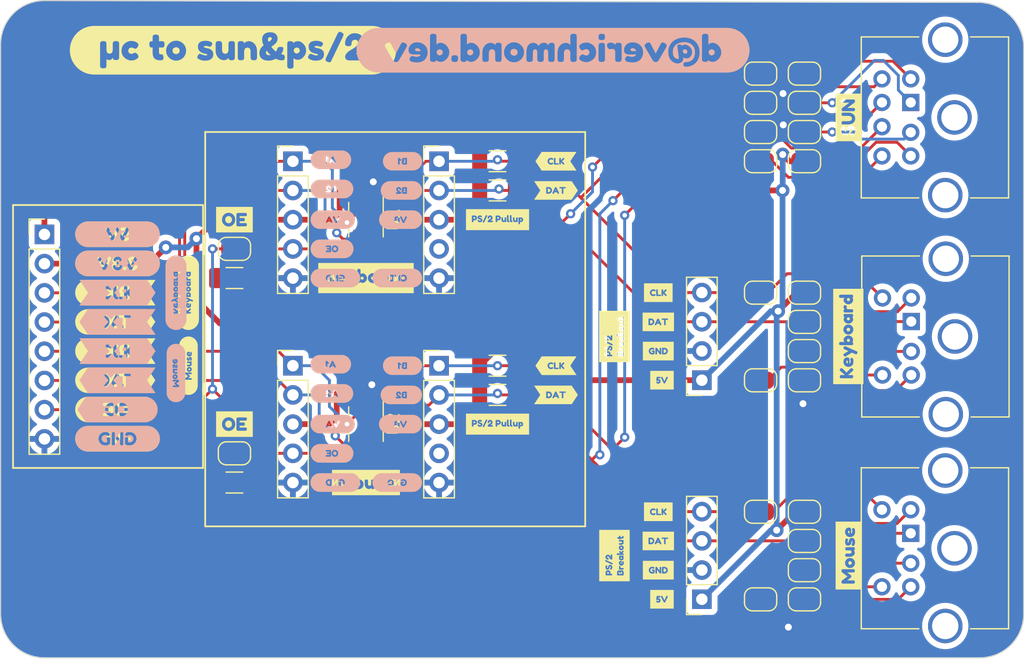
<source format=kicad_pcb>
(kicad_pcb (version 20221018) (generator pcbnew)
  (layers (0 "F.Cu" signal) (31 "B.Cu" signal) (34 "B.Paste" user) (35 "F.Paste" user) (36 "B.SilkS" user "B.Silkscreen") (37 "F.SilkS" user "F.Silkscreen") (38 "B.Mask" user) (39 "F.Mask" user) (44 "Edge.Cuts" user))
  (net 0 "")
  (net 1 "+5V")
  (net 2 "+3.3V")
  (net 3 "Net-(J1-Pad3)")
  (net 4 "Net-(J1-Pad4)")
  (net 5 "Net-(J1-Pad7)")
  (net 6 "GND")
  (net 7 "/KBD_TXD")
  (net 8 "/KBD_RXC")
  (net 10 "/MS_TXD")
  (net 11 "/MS_RXC")
  (net 13 "Net-(J6-Pad1)")
  (net 14 "Net-(J6-Pad2)")
  (net 15 "Net-(J6-Pad3)")
  (net 16 "Net-(J6-Pad4)")
  (net 17 "Net-(J6-Pad5)")
  (net 18 "Net-(J6-Pad6)")
  (net 19 "Net-(J6-Pad7)")
  (net 20 "Net-(J6-Pad8)")
  (net 21 "Net-(J7-Pad1)")
  (net 22 "Net-(J7-Pad2)")
  (net 23 "Net-(J7-Pad3)")
  (net 24 "Net-(J7-Pad4)")
  (net 25 "Net-(J7-Pad5)")
  (net 26 "Net-(J7-Pad6)")
  (net 27 "Net-(J8-Pad1)")
  (net 28 "Net-(J8-Pad2)")
  (net 29 "Net-(J8-Pad3)")
  (net 30 "Net-(J8-Pad4)")
  (net 31 "Net-(J8-Pad5)")
  (net 32 "Net-(J8-Pad6)")
  (net 37 "Net-(J2-Pad4)")
  (net 38 "Net-(J3-Pad4)")
  (net 39 "Net-(J1-Pad5)")
  (net 40 "Net-(J1-Pad6)")
  (footprint "Jumper:SolderJumper-2_P1.3mm_Bridged_RoundedPad1.0x1.5mm" (layer "F.Cu") (at 166.37 50.8 180)
    (fp_text reference "JP10" hide)
    (fp_text value "SolderJumper_2_Bridged" hide)
  )
  (footprint "kibuzzard-6300B189" (layer "F.Cu") (at 157.48 83.82)
    (fp_text reference "kibuzzard-26" hide)
    (fp_text value "G***" hide)
  )
  (footprint "kibuzzard-6300B0E5" (layer "F.Cu") (at 148.59 55.88)
    (fp_text reference "kibuzzard-6" hide)
    (fp_text value "G***" hide)
  )
  (footprint "kibuzzard-6300B180" (layer "F.Cu") (at 157.48 67.31)
    (fp_text reference "kibuzzard-27" hide)
    (fp_text value "G***" hide)
  )
  (footprint "Jumper:SolderJumper-2_P1.3mm_Bridged_RoundedPad1.0x1.5mm" (layer "F.Cu") (at 170.18 69.85)
    (fp_text reference "JP6" hide)
    (fp_text value "SolderJumper_2_Bridged" hide)
  )
  (footprint "Connector_PinHeader_2.54mm:PinHeader_1x05_P2.54mm_Vertical" (layer "F.Cu") (at 138.43 71.125)
    (fp_text reference "J5" hide)
    (fp_text value "Conn_01x05_Female" hide)
  )
  (footprint "Jumper:SolderJumper-2_P1.3mm_Bridged_RoundedPad1.0x1.5mm" (layer "F.Cu") (at 170.18 83.82)
    (fp_text reference "JP8" hide)
    (fp_text value "SolderJumper_2_Bridged" hide)
  )
  (footprint "kibuzzard-6300B379" (layer "F.Cu") (at 110.303888 69.85)
    (fp_text reference "kibuzzard-12" hide)
    (fp_text value "G***" hide)
  )
  (footprint "kibuzzard-6300B04A" (layer "F.Cu") (at 132.08 63.5)
    (fp_text reference "kibuzzard-3" hide)
    (fp_text value "G***" hide)
  )
  (footprint "Resistor_SMD:R_1206_3216Metric_Pad1.30x1.75mm_HandSolder" (layer "F.Cu") (at 143.51 55.88)
    (fp_text reference "R3" hide)
    (fp_text value "R_Small" hide)
  )
  (footprint "kibuzzard-6300B34C" (layer "F.Cu") (at 110.296612 72.39)
    (fp_text reference "kibuzzard-14" hide)
    (fp_text value "G***" hide)
  )
  (footprint "Jumper:SolderJumper-2_P1.3mm_Bridged_RoundedPad1.0x1.5mm" (layer "F.Cu") (at 170.18 91.44 180)
    (fp_text reference "JP19" hide)
    (fp_text value "SolderJumper_2_Bridged" hide)
  )
  (footprint "kibuzzard-6300B0E5" (layer "F.Cu") (at 148.59 73.66)
    (fp_text reference "kibuzzard-21" hide)
    (fp_text value "G***" hide)
  )
  (footprint "Jumper:SolderJumper-2_P1.3mm_Bridged_RoundedPad1.0x1.5mm" (layer "F.Cu") (at 120.65 60.96)
    (fp_text reference "JP21" hide)
    (fp_text value "SolderJumper_2_Bridged" hide)
  )
  (footprint "kibuzzard-6300AFFB" (layer "F.Cu") (at 120.65 58.42)
    (fp_text reference "kibuzzard-4" hide)
    (fp_text value "G***" hide)
  )
  (footprint "kibuzzard-6300B12D" (layer "F.Cu") (at 153.67 87.63 90)
    (fp_text reference "kibuzzard-23" hide)
    (fp_text value "G***" hide)
  )
  (footprint "Jumper:SolderJumper-2_P1.3mm_Bridged_RoundedPad1.0x1.5mm" (layer "F.Cu") (at 170.18 48.26 180)
    (fp_text reference "JP14" hide)
    (fp_text value "SolderJumper_2_Bridged" hide)
  )
  (footprint "Jumper:SolderJumper-2_P1.3mm_Bridged_RoundedPad1.0x1.5mm" (layer "F.Cu") (at 166.37 64.77 180)
    (fp_text reference "JP15" hide)
    (fp_text value "SolderJumper_2_Bridged" hide)
  )
  (footprint "Connector_PinSocket_2.54mm:PinSocket_1x04_P2.54mm_Vertical" (layer "F.Cu") (at 161.265 72.38 180)
    (fp_text reference "J9" hide)
    (fp_text value "Conn_01x04_Female" hide)
  )
  (footprint "Jumper:SolderJumper-2_P1.3mm_Bridged_RoundedPad1.0x1.5mm" (layer "F.Cu") (at 170.18 53.34 180)
    (fp_text reference "JP13" hide)
    (fp_text value "SolderJumper_2_Bridged" hide)
  )
  (footprint "Package_SO:SSOP-8_2.95x2.8mm_P0.65mm" (layer "F.Cu") (at 132.08 58.42 -90)
    (fp_text reference "U1")
    (fp_text value "TXS0102DCT")
  )
  (footprint "kibuzzard-6300B164" (layer "F.Cu") (at 157.48 69.85)
    (fp_text reference "kibuzzard-29" hide)
    (fp_text value "G***" hide)
  )
  (footprint "kibuzzard-63043B6D" (layer "F.Cu") (at 120.523 43.688)
    (fp_text reference "kibuzzard-63043B6D" hide)
    (fp_text value "G***" hide)
  )
  (footprint "kibuzzard-6300B0D2" (layer "F.Cu") (at 148.59 53.34)
    (fp_text reference "kibuzzard-7" hide)
    (fp_text value "G***" hide)
  )
  (footprint "Jumper:SolderJumper-2_P1.3mm_Bridged_RoundedPad1.0x1.5mm" (layer "F.Cu") (at 170.18 50.8)
    (fp_text reference "JP3" hide)
    (fp_text value "SolderJumper_2_Bridged" hide)
  )
  (footprint "kibuzzard-6300B379" (layer "F.Cu") (at 110.303888 64.77)
    (fp_text reference "kibuzzard-10" hide)
    (fp_text value "G***" hide)
  )
  (footprint "Jumper:SolderJumper-2_P1.3mm_Bridged_RoundedPad1.0x1.5mm" (layer "F.Cu") (at 166.37 45.72 180)
    (fp_text reference "JP12" hide)
    (fp_text value "SolderJumper_2_Bridged" hide)
  )
  (footprint "mini-din:Mini-DIN 6" (layer "F.Cu") (at 187.915 86.995 -90)
    (fp_text reference "J8" hide)
    (fp_text value "Mini-DIN-6" hide)
  )
  (footprint "Jumper:SolderJumper-2_P1.3mm_Bridged_RoundedPad1.0x1.5mm" (layer "F.Cu") (at 166.37 72.39)
    (fp_text reference "JP4" hide)
    (fp_text value "SolderJumper_2_Bridged" hide)
  )
  (footprint "Resistor_SMD:R_1206_3216Metric_Pad1.30x1.75mm_HandSolder" (layer "F.Cu") (at 120.65 81.28)
    (fp_text reference "R2" hide)
    (fp_text value "R_Small" hide)
  )
  (footprint "Connector_PinHeader_2.54mm:PinHeader_1x08_P2.54mm_Vertical" (layer "F.Cu") (at 104.140794 59.705)
    (fp_text reference "J1" hide)
    (fp_text value "Conn_01x08_Male" hide)
  )
  (footprint "kibuzzard-6300B05D" (layer "F.Cu") (at 173.99 87.63 90)
    (fp_text reference "kibuzzard-31" hide)
    (fp_text value "G***" hide)
  )
  (footprint "kibuzzard-6300B08C" (layer "F.Cu") (at 143.51 58.42)
    (fp_text reference "kibuzzard-5" hide)
    (fp_text value "G***" hide)
  )
  (footprint "Jumper:SolderJumper-2_P1.3mm_Bridged_RoundedPad1.0x1.5mm" (layer "F.Cu") (at 166.37 48.26)
    (fp_text reference "JP11" hide)
    (fp_text value "SolderJumper_2_Bridged" hide)
  )
  (footprint "Jumper:SolderJumper-2_P1.3mm_Bridged_RoundedPad1.0x1.5mm" (layer "F.Cu") (at 170.18 45.72)
    (fp_text reference "JP2" hide)
    (fp_text value "SolderJumper_2_Bridged" hide)
  )
  (footprint "kibuzzard-6300B05D" (layer "F.Cu") (at 132.08 81.28)
    (fp_text reference "kibuzzard-16" hide)
    (fp_text value "G***" hide)
  )
  (footprint "kibuzzard-6300B3DE" (layer "F.Cu") (at 116.653888 64.77 90)
    (fp_text reference "kibuzzard-15" hide)
    (fp_text value "G***" hide)
  )
  (footprint "kibuzzard-6300B189" (layer "F.Cu") (at 157.48 64.77)
    (fp_text reference "kibuzzard-28" hide)
    (fp_text value "G***" hide)
  )
  (footprint "Jumper:SolderJumper-2_P1.3mm_Bridged_RoundedPad1.0x1.5mm" (layer "F.Cu") (at 170.18 86.36 180)
    (fp_text reference "JP20" hide)
    (fp_text value "SolderJumper_2_Bridged" hide)
  )
  (footprint "Connector_PinHeader_2.54mm:PinHeader_1x05_P2.54mm_Vertical" (layer "F.Cu") (at 125.73 53.345)
    (fp_text reference "J2" hide)
    (fp_text value "Conn_01x05_Female" hide)
  )
  (footprint "Jumper:SolderJumper-2_P1.3mm_Bridged_RoundedPad1.0x1.5mm" (layer "F.Cu") (at 120.65 78.74)
    (fp_text reference "JP22" hide)
    (fp_text value "SolderJumper_2_Bridged" hide)
  )
  (footprint "kibuzzard-6300B3A5" (layer "F.Cu") (at 110.487619 59.69)
    (fp_text reference "kibuzzard-1" hide)
    (fp_text value "G***" hide)
  )
  (footprint "kibuzzard-6300B31A" (layer "F.Cu") (at 110.49 77.47)
    (fp_text reference "kibuzzard-9" hide)
    (fp_text value "G***" hide)
  )
  (footprint "Resistor_SMD:R_1206_3216Metric_Pad1.30x1.75mm_HandSolder" (layer "F.Cu") (at 143.51 73.66)
    (fp_text reference "R4" hide)
    (fp_text value "R_Small" hide)
  )
  (footprint "Resistor_SMD:R_1206_3216Metric_Pad1.30x1.75mm_HandSolder" (layer "F.Cu") (at 143.51 71.12)
    (fp_text reference "R6" hide)
    (fp_text value "R_Small" hide)
  )
  (footprint "kibuzzard-6300AFFB" (layer "F.Cu") (at 120.65 76.2)
    (fp_text reference "kibuzzard-17" hide)
    (fp_text value "G***" hide)
  )
  (footprint "mini-din:Mini-DIN 8" (layer "F.Cu") (at 187.915 49.53 -90)
    (fp_text reference "J6" hide)
    (fp_text value "Mini-DIN-8" hide)
  )
  (footprint "kibuzzard-6300B34C" (layer "F.Cu") (at 110.296612 67.31)
    (fp_text reference "kibuzzard-11" hide)
    (fp_text value "G***" hide)
  )
  (footprint "kibuzzard-6300B180" (layer "F.Cu") (at 157.48 86.36)
    (fp_text reference "kibuzzard-25" hide)
    (fp_text value "G***" hide)
  )
  (footprint "mini-din:Mini-DIN 6" (layer "F.Cu") (at 187.96 68.58 -90)
    (fp_text reference "J7" hide)
    (fp_text value "Mini-DIN-6" hide)
  )
  (footprint "kibuzzard-6300B0D2" (layer "F.Cu") (at 148.59 71.12)
    (fp_text reference "kibuzzard-20" hide)
    (fp_text value "G***" hide)
  )
  (footprint "kibuzzard-6300B14F" (layer "F.Cu") (at 157.799484 72.38)
    (fp_text reference "kibuzzard-30" hide)
    (fp_text value "G***" hide)
  )
  (footprint "kibuzzard-6300B04A" (layer "F.Cu") (at 173.99 68.58 90)
    (fp_text reference "kibuzzard-32" hide)
    (fp_text value "G***" hide)
  )
  (footprint "Resistor_SMD:R_1206_3216Metric_Pad1.30x1.75mm_HandSolder" (layer "F.Cu") (at 143.51 53.34)
    (fp_text reference "R5" hide)
    (fp_text value "R_Small" hide)
  )
  (footprint "Jumper:SolderJumper-2_P1.3mm_Bridged_RoundedPad1.0x1.5mm" (layer "F.Cu") (at 170.18 72.39 180)
    (fp_text reference "JP16" hide)
    (fp_text value "SolderJumper_2_Bridged" hide)
  )
  (footprint "Connector_PinSocket_2.54mm:PinSocket_1x04_P2.54mm_Vertical" (layer "F.Cu") (at 161.265 91.43 180)
    (fp_text reference "J10" hide)
    (fp_text value "Conn_01x04_Female" hide)
  )
  (footprint "kibuzzard-6300B12D" (layer "F.Cu") (at 153.67 68.58 90)
    (fp_text reference "kibuzzard-22" hide)
    (fp_text value "G***" hide)
  )
  (footprint "Connector_PinHeader_2.54mm:PinHeader_1x05_P2.54mm_Vertical" (layer "F.Cu") (at 125.73 71.12)
    (fp_text reference "J3" hide)
    (fp_text value "Conn_01x05_Female" hide)
  )
  (footprint "Jumper:SolderJumper-2_P1.3mm_Bridged_RoundedPad1.0x1.5mm" (layer "F.Cu") (at 170.18 88.9)
    (fp_text reference "JP9" hide)
    (fp_text value "SolderJumper_2_Bridged" hide)
  )
  (footprint "Jumper:SolderJumper-2_P1.3mm_Bridged_RoundedPad1.0x1.5mm" (layer "F.Cu") (at 170.18 67.31 180)
    (fp_text reference "JP17" hide)
    (fp_text value "SolderJumper_2_Bridged" hide)
  )
  (footprint "kibuzzard-6300B14F" (layer "F.Cu") (at 157.799484 91.43)
    (fp_text reference "kibuzzard-33" hide)
    (fp_text value "G***" hide)
  )
  (footprint "Connector_PinHeader_2.54mm:PinHeader_1x05_P2.54mm_Vertical" (layer "F.Cu") (at 138.43 53.345)
    (fp_text reference "J4" hide)
    (fp_text value "Conn_01x05_Female" hide)
  )
  (footprint "Package_SO:SSOP-8_2.95x2.8mm_P0.65mm" (layer "F.Cu") (at 132.08 76.2 -90)
    (fp_text reference "U2")
    (fp_text value "TXS0102DCT")
  )
  (footprint "kibuzzard-6300B361" (layer "F.Cu") (at 110.303226 74.93)
    (fp_text reference "kibuzzard-13" hide)
    (fp_text value "G***" hide)
  )
  (footprint "kibuzzard-6300B08C" (layer "F.Cu") (at 143.51 76.2)
    (fp_text reference "kibuzzard-19" hide)
    (fp_text value "G***" hide)
  )
  (footprint "Jumper:SolderJumper-2_P1.3mm_Bridged_RoundedPad1.0x1.5mm" (layer "F.Cu") (at 170.18 64.77)
    (fp_text reference "JP5" hide)
    (fp_text value "SolderJumper_2_Bridged" hide)
  )
  (footprint "kibuzzard-6300B393" (layer "F.Cu") (at 110.490794 62.23)
    (fp_text reference "kibuzzard-2" hide)
    (fp_text value "G***" hide)
  )
  (footprint "kibuzzard-6300B3ED" (layer "F.Cu") (at 116.653888 71.12 90)
    (fp_text reference "kibuzzard-18" hide)
    (fp_text value "G***" hide)
  )
  (footprint "kibuzzard-6300B1CF" (layer "F.Cu") (at 173.99 49.53 90)
    (fp_text reference "kibuzzard-8" hide)
    (fp_text value "G***" hide)
  )
  (footprint "Jumper:SolderJumper-2_P1.3mm_Bridged_RoundedPad1.0x1.5mm" (layer "F.Cu") (at 166.37 91.44)
    (fp_text reference "JP7" hide)
    (fp_text value "SolderJumper_2_Bridged" hide)
  )
  (footprint "Jumper:SolderJumper-2_P1.3mm_Bridged_RoundedPad1.0x1.5mm" (layer "F.Cu") (at 166.37 53.34)
    (fp_text reference "JP1" hide)
    (fp_text value "SolderJumper_2_Bridged" hide)
  )
  (footprint "Resistor_SMD:R_1206_3216Metric_Pad1.30x1.75mm_HandSolder" (layer "F.Cu") (at 120.65 63.5)
    (fp_text reference "R1" hide)
    (fp_text value "R_Small" hide)
  )
  (footprint "Jumper:SolderJumper-2_P1.3mm_Bridged_RoundedPad1.0x1.5mm" (layer "F.Cu") (at 166.37 83.82 180)
    (fp_text reference "JP18" hide)
    (fp_text value "SolderJumper_2_Bridged" hide)
  )
  (footprint "kibuzzard-6300B164" (layer "F.Cu") (at 157.48 88.9)
    (fp_text reference "kibuzzard-24" hide)
    (fp_text value "G***" hide)
  )
  (footprint "kibuzzard-63043A3B" (layer "B.Cu") (at 135.255 71.12 180)
    (fp_text reference "kibuzzard-63043A3B" hide)
    (fp_text value "G***" hide)
  )
  (footprint "kibuzzard-63B4F027" (layer "B.Cu") (at 110.49 72.39 180)
    (fp_text reference "kibuzzard-63B4F027" hide)
    (fp_text value "G***" hide)
  )
  (footprint "kibuzzard-630439F1" (layer "B.Cu") (at 129.422128 63.5 180)
    (fp_text reference "kibuzzard-630439F1" hide)
    (fp_text value "G***" hide)
  )
  (footprint "kibuzzard-6300B361" (layer "B.Cu") (at 110.49 74.93 180)
    (fp_text reference "kibuzzard-13" hide)
    (fp_text value "G***" hide)
  )
  (footprint "kibuzzard-63043A22" (layer "B.Cu") (at 135.079978 76.2 180)
    (fp_text reference "kibuzzard-63043A22" hide)
    (fp_text value "G***" hide)
  )
  (footprint "kibuzzard-630439AA" (layer "B.Cu") (at 129.022872 70.993 180)
    (fp_text reference "kibuzzard-630439AA" hide)
    (fp_text value "G***" hide)
  )
  (footprint "kibuzzard-630439F1" (layer "B.Cu") (at 134.804547 63.5 180)
    (fp_text reference "kibuzzard-630439F1" hide)
    (fp_text value "G***" hide)
  )
  (footprint "kibuzzard-63043B8B" (layer "B.Cu") (at 148.336 43.688 180)
    (fp_text reference "kibuzzard-63043B8B" hide)
    (fp_text value "G***" hide)
  )
  (footprint "kibuzzard-630439F1" (layer "B.Cu") (at 129.413 81.28 180)
    (fp_text reference "kibuzzard-630439F1" hide)
    (fp_text value "G***" hide)
  )
  (footprint "kibuzzard-63B4F037" (layer "B.Cu") (at 110.49 64.77 180)
    (fp_text reference "kibuzzard-63B4F037" hide)
    (fp_text value "G***" hide)
  )
  (footprint "kibuzzard-63043A22" (layer "B.Cu") (at 135.089106 58.42 180)
    (fp_text reference "kibuzzard-63043A22" hide)
    (fp_text value "G***" hide)
  )
  (footprint "kibuzzard-6300B31A" (layer "B.Cu") (at 110.49 77.47 180)
    (fp_text reference "kibuzzard-9" hide)
    (fp_text value "G***" hide)
  )
  (footprint "kibuzzard-630439CC" (layer "B.Cu") (at 129.126059 55.753 180)
    (fp_text reference "kibuzzard-630439CC" hide)
    (fp_text value "G***" hide)
  )
  (footprint "kibuzzard-6300B3DE" (layer "B.Cu") (at 115.57 64.77 90)
    (fp_text reference "kibuzzard-15" hide)
    (fp_text value "G***" hide)
  )
  (footprint "kibuzzard-63B4F027" (layer "B.Cu") (at 110.49 67.31 180)
    (fp_text reference "kibuzzard-63B4F027" hide)
    (fp_text value "G***" hide)
  )
  (footprint "kibuzzard-63043A32" (layer "B.Cu") (at 135.160941 55.88 180)
    (fp_text reference "kibuzzard-63043A32" hide)
    (fp_text value "G***" hide)
  )
  (footprint "kibuzzard-63043A3B" (layer "B.Cu") (at 135.255 53.34 180)
    (fp_text reference "kibuzzard-63043A3B" hide)
    (fp_text value "G***" hide)
  )
  (footprint "kibuzzard-630439AA" (layer "B.Cu") (at 129.032 53.213 180)
    (fp_text reference "kibuzzard-630439AA" hide)
    (fp_text value "G***" hide)
  )
  (footprint "kibuzzard-6300B3ED" (layer "B.Cu") (at 115.57 71.755 90)
    (fp_text reference "kibuzzard-18" hide)
    (fp_text value "G***" hide)
  )
  (footprint "kibuzzard-630439D9" (layer "B.Cu") (at 129.193131 58.42 180)
    (fp_text reference "kibuzzard-630439D9" hide)
    (fp_text value "G***" hide)
  )
  (footprint "kibuzzard-630439E7" (layer "B.Cu") (at 129.1336 60.96 180)
    (fp_text reference "kibuzzard-630439E7" hide)
    (fp_text value "G***" hide)
  )
  (footprint "kibuzzard-63B4F037" (layer "B.Cu") (at 110.49 69.85 180)
    (fp_text reference "kibuzzard-63B4F037" hide)
    (fp_text value "G***" hide)
  )
  (footprint "kibuzzard-630439CC" (layer "B.Cu") (at 129.116931 73.533 180)
    (fp_text reference "kibuzzard-630439CC" hide)
    (fp_text value "G***" hide)
  )
  (footprint "kibuzzard-630439E7" (layer "B.Cu") (at 129.124472 78.74 180)
    (fp_text reference "kibuzzard-630439E7" hide)
    (fp_text value "G***" hide)
  )
  (footprint "kibuzzard-63043A32" (layer "B.Cu") (at 135.151813 73.66 180)
    (fp_text reference "kibuzzard-63043A32" hide)
    (fp_text value "G***" hide)
  )
  (footprint "kibuzzard-63B4EFA4" (layer "B.Cu") (at 110.49 59.69 180)
    (fp_text reference "kibuzzard-63B4EFA4" hide)
    (fp_text value "G***" hide)
  )
  (footprint "kibuzzard-63B4EFB4" (layer "B.Cu") (at 110.49 62.23 180)
    (fp_text reference "kibuzzard-63B4EFB4" hide)
    (fp_text value "G***" hide)
  )
  (footprint "kibuzzard-630439D9" (layer "B.Cu") (at 129.184003 76.2 180)
    (fp_text reference "kibuzzard-630439D9" hide)
    (fp_text value "G***" hide)
  )
  (footprint "kibuzzard-630439F1" (layer "B.Cu") (at 134.795419 81.28 180)
    (fp_text reference "kibuzzard-630439F1" hide)
    (fp_text value "G***" hide)
  )
  (gr_line (start 101.413888 57.15) (end 101.413888 80.01) (stroke (width 0.15)) (layer "F.SilkS"))
  (gr_line (start 101.413888 80.01) (end 117.923888 80.01) (stroke (width 0.15)) (layer "F.SilkS"))
  (gr_line (start 117.923888 80.01) (end 117.923888 57.15) (stroke (width 0.15)) (layer "F.SilkS"))
  (gr_line (start 118.11 50.8) (end 118.11 85.09) (stroke (width 0.15)) (layer "F.SilkS"))
  (gr_line (start 118.11 85.09) (end 151.13 85.09) (stroke (width 0.15)) (layer "F.SilkS"))
  (gr_line (start 117.923888 57.15) (end 101.413888 57.15) (stroke (width 0.15)) (layer "F.SilkS"))
  (gr_line (start 151.13 85.09) (end 151.13 50.8) (stroke (width 0.15)) (layer "F.SilkS"))
  (gr_line (start 151.13 50.8) (end 118.11 50.8) (stroke (width 0.15)) (layer "F.SilkS"))
  (gr_arc (start 185.265923 39.524077) (mid 187.962202 40.577596) (end 189.23 43.18) (stroke (width 0.1)) (layer "Edge.Cuts"))
  (gr_line (start 100.33 43.18) (end 100.33 92.71) (stroke (width 0.1)) (layer "Edge.Cuts"))
  (gr_arc (start 189.23 92.71) (mid 188.114077 95.404077) (end 185.42 96.52) (stroke (width 0.1)) (layer "Edge.Cuts"))
  (gr_arc (start 104.14 96.52) (mid 101.445923 95.404077) (end 100.33 92.71) (stroke (width 0.1)) (layer "Edge.Cuts"))
  (gr_line (start 185.265923 39.524077) (end 104.14 39.37) (stroke (width 0.1)) (layer "Edge.Cuts"))
  (gr_line (start 104.14 96.52) (end 185.42 96.52) (stroke (width 0.1)) (layer "Edge.Cuts"))
  (gr_arc (start 100.33 43.18) (mid 101.445923 40.485923) (end 104.14 39.37) (stroke (width 0.1)) (layer "Edge.Cuts"))
  (gr_line (start 189.23 92.71) (end 189.23 43.18) (stroke (width 0.1)) (layer "Edge.Cuts"))
  (segment (start 144.907 69.088) (end 143.992 69.088) (width 0.5) (layer "F.Cu") (net 1))
  (segment (start 135.631 58.425) (end 138.43 58.425) (width 0.5) (layer "F.Cu") (net 1))
  (segment (start 141.96 51.409) (end 141.96 53.34) (width 0.5) (layer "F.Cu") (net 1))
  (segment (start 108.966 50.419) (end 140.97 50.419) (width 0.5) (layer "F.Cu") (net 1))
  (segment (start 166.37 55.88) (end 165.72 55.23) (width 0.5) (layer "F.Cu") (net 1))
  (segment (start 141.092 58.425) (end 141.96 57.557) (width 0.5) (layer "F.Cu") (net 1))
  (segment (start 133.575 79.15) (end 134.747 77.978) (width 0.5) (layer "F.Cu") (net 1))
  (segment (start 169.53 64.77) (end 169.4995 64.77) (width 0.5) (layer "F.Cu") (net 1))
  (segment (start 132.405 60.12) (end 132.405 61.666) (width 0.25) (layer "F.Cu") (net 1))
  (segment (start 169.4995 64.77) (end 167.894 66.3755) (width 0.5) (layer "F.Cu") (net 1))
  (segment (start 141.092 58.425) (end 141.092 62.606) (width 0.5) (layer "F.Cu") (net 1))
  (segment (start 132.49 79.15) (end 133.575 79.15) (width 0.5) (layer "F.Cu") (net 1))
  (segment (start 168.275 55.88) (end 166.37 55.88) (width 0.5) (layer "F.Cu") (net 1))
  (segment (start 135.504 76.205) (end 138.43 76.205) (width 0.5) (layer "F.Cu") (net 1))
  (segment (start 161.265 72.38) (end 150.231 72.38) (width 0.5) (layer "F.Cu") (net 1))
  (segment (start 141.092 76.205) (end 141.96 75.337) (width 0.5) (layer "F.Cu") (net 1))
  (segment (start 132.405 79.065) (end 132.49 79.15) (width 0.5) (layer "F.Cu") (net 1))
  (segment (start 134.747 76.962) (end 135.504 76.205) (width 0.5) (layer "F.Cu") (net 1))
  (segment (start 165.72 55.23) (end 165.72 53.34) (width 0.5) (layer "F.Cu") (net 1))
  (segment (start 169.3725 83.82) (end 167.767 85.4255) (width 0.5) (layer "F.Cu") (net 1))
  (segment (start 134.62 61.341) (end 134.62 59.436) (width 0.5) (layer "F.Cu") (net 1))
  (segment (start 133.985 61.976) (end 134.62 61.341) (width 0.5) (layer "F.Cu") (net 1))
  (segment (start 143.992 69.088) (end 141.96 71.12) (width 0.5) (layer "F.Cu") (net 1))
  (segment (start 138.43 58.425) (end 141.092 58.425) (width 0.5) (layer "F.Cu") (net 1))
  (segment (start 134.747 77.978) (end 134.747 76.962) (width 0.5) (layer "F.Cu") (net 1))
  (segment (start 169.53 83.82) (end 169.3725 83.82) (width 0.5) (layer "F.Cu") (net 1))
  (segment (start 168.872558 53.34) (end 168.290829 52.758271) (width 0.5) (layer "F.Cu") (net 1))
  (segment (start 132.715 61.976) (end 133.985 61.976) (width 0.5) (layer "F.Cu") (net 1))
  (segment (start 150.231 72.38) (end 146.939 69.088) (width 0.5) (layer "F.Cu") (net 1))
  (segment (start 141.96 57.557) (end 141.96 53.34) (width 0.5) (layer "F.Cu") (net 1))
  (segment (start 169.53 53.34) (end 168.872558 53.34) (width 0.5) (layer "F.Cu") (net 1))
  (segment (start 104.140794 55.244206) (end 108.966 50.419) (width 0.5) (layer "F.Cu") (net 1))
  (segment (start 141.092 62.606) (end 144.907 66.421) (width 0.5) (layer "F.Cu") (net 1))
  (segment (start 132.405 77.9) (end 132.405 79.065) (width 0.25) (layer "F.Cu") (net 1))
  (segment (start 104.140794 59.705) (end 104.140794 55.244206) (width 0.5) (layer "F.Cu") (net 1))
  (segment (start 141.96 75.337) (end 141.96 73.66) (width 0.5) (layer "F.Cu") (net 1))
  (segment (start 134.62 59.436) (end 135.631 58.425) (width 0.5) (layer "F.Cu") (net 1))
  (segment (start 144.907 66.421) (end 144.907 69.088) (width 0.5) (layer "F.Cu") (net 1))
  (segment (start 138.43 76.205) (end 141.092 76.205) (width 0.5) (layer "F.Cu") (net 1))
  (segment (start 132.405 61.666) (end 132.715 61.976) (width 0.5) (layer "F.Cu") (net 1))
  (segment (start 146.939 69.088) (end 144.907 69.088) (width 0.5) (layer "F.Cu") (net 1))
  (segment (start 140.97 50.419) (end 141.96 51.409) (width 0.5) (layer "F.Cu") (net 1))
  (segment (start 141.96 71.12) (end 141.96 73.66) (width 0.5) (layer "F.Cu") (net 1))
  (via (at 167.767 85.4255) (size 1.2) (drill 0.6) (layers "F.Cu" "B.Cu") (net 1))
  (via (at 167.894 66.3755) (size 1.2) (drill 0.6) (layers "F.Cu" "B.Cu") (net 1))
  (via (at 168.275 55.88) (size 1.2) (drill 0.6) (layers "F.Cu" "B.Cu") (net 1))
  (via (at 168.290829 52.758271) (size 1.2) (drill 0.6) (layers "F.Cu" "B.Cu") (net 1))
  (segment (start 167.894 66.3755) (end 167.2695 66.3755) (width 0.5) (layer "B.Cu") (net 1))
  (segment (start 167.767 85.4255) (end 167.2695 85.4255) (width 0.5) (layer "B.Cu") (net 1))
  (segment (start 168.275 55.88) (end 168.275 65.9945) (width 0.5) (layer "B.Cu") (net 1))
  (segment (start 168.290829 52.758271) (end 168.290829 55.864171) (width 0.5) (layer "B.Cu") (net 1))
  (segment (start 167.2695 66.3755) (end 161.265 72.38) (width 0.5) (layer "B.Cu") (net 1))
  (segment (start 168.275 65.9945) (end 167.894 66.3755) (width 0.5) (layer "B.Cu") (net 1))
  (segment (start 167.767 85.4255) (end 167.767 66.5025) (width 0.5) (layer "B.Cu") (net 1))
  (segment (start 167.767 66.5025) (end 167.894 66.3755) (width 0.5) (layer "B.Cu") (net 1))
  (segment (start 168.290829 55.864171) (end 168.275 55.88) (width 0.5) (layer "B.Cu") (net 1))
  (segment (start 167.2695 85.4255) (end 161.265 91.43) (width 0.5) (layer "B.Cu") (net 1))
  (segment (start 130.770925 69.302925) (end 130.770925 73.112925) (width 0.5) (layer "F.Cu") (net 2))
  (segment (start 129.794 57.785) (end 129.154 58.425) (width 0.5) (layer "F.Cu") (net 2))
  (segment (start 125.73 58.425) (end 118.994 58.425) (width 0.5) (layer "F.Cu") (net 2))
  (segment (start 130.429 54.991) (end 129.794 55.626) (width 0.5) (layer "F.Cu") (net 2))
  (segment (start 129.54 73.533) (end 129.54 75.565) (width 0.5) (layer "F.Cu") (net 2))
  (segment (start 129.154 58.425) (end 125.73 58.425) (width 0.5) (layer "F.Cu") (net 2))
  (segment (start 129.960075 73.112925) (end 129.54 73.533) (width 0.5) (layer "F.Cu") (net 2))
  (segment (start 119.38 67.437) (end 128.905 67.437) (width 0.5) (layer "F.Cu") (net 2))
  (segment (start 117.348 65.405) (end 119.38 67.437) (width 0.5) (layer "F.Cu") (net 2))
  (segment (start 129.54 75.565) (end 128.905 76.2) (width 0.5) (layer "F.Cu") (net 2))
  (segment (start 131.755 55.555) (end 131.191 54.991) (width 0.5) (layer "F.Cu") (net 2))
  (segment (start 131.755 56.72) (end 131.755 55.555) (width 0.25) (layer "F.Cu") (net 2))
  (segment (start 128.905 67.437) (end 130.770925 69.302925) (width 0.5) (layer "F.Cu") (net 2))
  (segment (start 131.191 54.991) (end 130.429 54.991) (width 0.5) (layer "F.Cu") (net 2))
  (segment (start 131.445 73.112925) (end 130.770925 73.112925) (width 0.5) (layer "F.Cu") (net 2))
  (segment (start 104.140794 62.245) (end 113.269 62.245) (width 0.5) (layer "F.Cu") (net 2))
  (segment (start 118.994 58.425) (end 117.348 60.071) (width 0.5) (layer "F.Cu") (net 2))
  (segment (start 131.755 73.422925) (end 131.445 73.112925) (width 0.5) (layer "F.Cu") (net 2))
  (segment (start 130.770925 73.112925) (end 129.960075 73.112925) (width 0.5) (layer "F.Cu") (net 2))
  (segment (start 129.794 55.626) (end 129.794 57.785) (width 0.5) (layer "F.Cu") (net 2))
  (segment (start 131.755 74.5) (end 131.755 73.422925) (width 0.25) (layer "F.Cu") (net 2))
  (segment (start 128.905 76.2) (end 125.73 76.2) (width 0.5) (layer "F.Cu") (net 2))
  (segment (start 113.269 62.245) (end 114.681 60.833) (width 0.5) (layer "F.Cu") (net 2))
  (segment (start 117.348 60.071) (end 117.348 65.405) (width 0.5) (layer "F.Cu") (net 2))
  (via (at 114.681 60.833) (size 1.2) (drill 0.6) (layers "F.Cu" "B.Cu") (net 2))
  (via (at 117.348 60.071) (size 1.2) (drill 0.6) (layers "F.Cu" "B.Cu") (net 2))
  (segment (start 116.586 60.833) (end 117.348 60.071) (width 0.5) (layer "B.Cu") (net 2))
  (segment (start 114.681 60.833) (end 116.586 60.833) (width 0.5) (layer "B.Cu") (net 2))
  (segment (start 113.581 64.785) (end 104.140794 64.785) (width 0.25) (layer "F.Cu") (net 3))
  (segment (start 120.899 53.345) (end 115.882 58.362) (width 0.25) (layer "F.Cu") (net 3))
  (segment (start 131.105 56.72) (end 131.105 57.998) (width 0.25) (layer "F.Cu") (net 3))
  (segment (start 131.105 57.998) (end 130.429 58.674) (width 0.25) (layer "F.Cu") (net 3))
  (segment (start 115.882 62.484) (end 113.581 64.785) (width 0.25) (layer "F.Cu") (net 3))
  (segment (start 125.73 53.345) (end 120.899 53.345) (width 0.25) (layer "F.Cu") (net 3))
  (segment (start 115.882 58.362) (end 115.882 62.484) (width 0.25) (layer "F.Cu") (net 3))
  (via (at 130.429 58.674) (size 0.8) (drill 0.4) (layers "F.Cu" "B.Cu") (net 3))
  (segment (start 129.159 54.102) (end 128.402 53.345) (width 0.25) (layer "B.Cu") (net 3))
  (segment (start 130.429 58.674) (end 129.159 57.404) (width 0.25) (layer "B.Cu") (net 3))
  (segment (start 128.402 53.345) (end 125.73 53.345) (width 0.25) (layer "B.Cu") (net 3))
  (segment (start 129.159 57.404) (end 129.159 54.102) (width 0.25) (layer "B.Cu") (net 3))
  (segment (start 119.121 55.885) (end 125.73 55.885) (width 0.25) (layer "F.Cu") (net 4))
  (segment (start 116.332 63.373) (end 116.332 58.674) (width 0.25) (layer "F.Cu") (net 4))
  (segment (start 131.105 60.12) (end 130.097 60.12) (width 0.25) (layer "F.Cu") (net 4))
  (segment (start 104.140794 67.325) (end 112.38 67.325) (width 0.25) (layer "F.Cu") (net 4))
  (segment (start 116.332 58.674) (end 119.121 55.885) (width 0.25) (layer "F.Cu") (net 4))
  (segment (start 112.38 67.325) (end 116.332 63.373) (width 0.25) (layer "F.Cu") (net 4))
  (segment (start 130.097 60.12) (end 129.54 59.563) (width 0.25) (layer "F.Cu") (net 4))
  (via (at 129.54 59.563) (size 0.8) (drill 0.4) (layers "F.Cu" "B.Cu") (net 4))
  (segment (start 129.54 59.563) (end 129.54 58.674) (width 0.25) (layer "B.Cu") (net 4))
  (segment (start 128.524 56.134) (end 128.275 55.885) (width 0.25) (layer "B.Cu") (net 4))
  (segment (start 128.275 55.885) (end 125.73 55.885) (width 0.25) (layer "B.Cu") (net 4))
  (segment (start 128.524 57.658) (end 128.524 56.134) (width 0.25) (layer "B.Cu") (net 4))
  (segment (start 129.54 58.674) (end 128.524 57.658) (width 0.25) (layer "B.Cu") (net 4))
  (segment (start 120 74.407) (end 118.745 73.152) (width 0.25) (layer "F.Cu") (net 5))
  (segment (start 118.999 60.96) (end 118.745 60.96) (width 0.25) (layer "F.Cu") (net 5))
  (segment (start 120 78.74) (end 120 74.407) (width 0.25) (layer "F.Cu") (net 5))
  (segment (start 116.952 74.945) (end 118.745 73.152) (width 0.25) (layer "F.Cu") (net 5))
  (segment (start 104.140794 74.945) (end 116.952 74.945) (width 0.25) (layer "F.Cu") (net 5))
  (segment (start 120 60.96) (end 118.999 60.96) (width 0.25) (layer "F.Cu") (net 5))
  (via (at 118.745 60.96) (size 0.8) (drill 0.4) (layers "F.Cu" "B.Cu") (net 5))
  (via (at 118.745 73.152) (size 0.8) (drill 0.4) (layers "F.Cu" "B.Cu") (net 5))
  (segment (start 118.745 60.96) (end 118.745 73.152) (width 0.25) (layer "B.Cu") (net 5))
  (segment (start 132.405 72.954) (end 132.588 72.771) (width 0.5) (layer "F.Cu") (net 6))
  (segment (start 169.126558 48.26) (end 168.319779 47.453221) (width 0.5) (layer "F.Cu") (net 6))
  (segment (start 132.455 55.389518) (end 132.714573 55.129945) (width 0.5) (layer "F.Cu") (net 6))
  (segment (start 168.959395 50.8) (end 168.338967 50.179572) (width 0.5) (layer "F.Cu") (net 6))
  (segment (start 169.53 48.26) (end 169.126558 48.26) (width 0.5) (layer "F.Cu") (net 6))
  (segment (start 169.53 73.899) (end 170.053 74.422) (width 0.5) (layer "F.Cu") (net 6))
  (segment (start 169.53 72.39) (end 169.53 73.899) (width 0.5) (layer "F.Cu") (net 6))
  (segment (start 132.455 56.67) (end 132.455 55.389518) (width 0.25) (layer "F.Cu") (net 6))
  (segment (start 122.2 63.5) (end 125.725 63.5) (width 0.5) (layer "F.Cu") (net 6))
  (segment (start 169.53 91.44) (end 169.53 93.106) (width 0.5) (layer "F.Cu") (net 6))
  (segment (start 169.53 50.8) (end 168.959395 50.8) (width 0.5) (layer "F.Cu") (net 6))
  (segment (start 132.405 74.5) (end 132.405 72.954) (width 0.25) (layer "F.Cu") (net 6))
  (segment (start 122.2 81.28) (end 125.73 81.28) (width 0.5) (layer "F.Cu") (net 6))
  (segment (start 125.725 63.5) (end 125.73 63.505) (width 0.5) (layer "F.Cu") (net 6))
  (segment (start 169.53 93.106) (end 168.783 93.853) (width 0.5) (layer "F.Cu") (net 6))
  (via (at 170.053 74.422) (size 1.2) (drill 0.6) (layers "F.Cu" "B.Cu") (net 6))
  (via (at 132.714573 55.129945) (size 1.2) (drill 0.6) (layers "F.Cu" "B.Cu") (net 6))
  (via (at 168.338967 50.179572) (size 1.2) (drill 0.6) (layers "F.Cu" "B.Cu") (net 6))
  (via (at 168.783 93.853) (size 1.2) (drill 0.6) (layers "F.Cu" "B.Cu") (net 6))
  (via (at 132.588 72.771) (size 1.2) (drill 0.6) (layers "F.Cu" "B.Cu") (net 6))
  (via (at 168.319779 47.453221) (size 1.2) (drill 0.6) (layers "F.Cu" "B.Cu") (net 6))
  (segment (start 145.06 55.88) (end 143.764 55.88) (width 0.25) (layer "F.Cu") (net 7))
  (segment (start 168.133 44.323) (end 169.53 45.72) (width 0.25) (layer "F.Cu") (net 7))
  (segment (start 169.52 67.3) (end 161.265 67.3) (width 0.25) (layer "F.Cu") (net 7))
  (segment (start 149.86 57.912) (end 149.1615 58.6105) (width 0.25) (layer "F.Cu") (net 7))
  (segment (start 136.393 55.885) (end 138.43 55.885) (width 0.25) (layer "F.Cu") (net 7))
  (segment (start 161.29 44.323) (end 151.765 53.848) (width 0.25) (layer "F.Cu") (net 7))
  (segment (start 169.53 67.31) (end 169.52 67.3) (width 0.25) (layer "F.Cu") (net 7))
  (segment (start 133.055 60.12) (end 133.055 59.223) (width 0.25) (layer "F.Cu") (net 7))
  (segment (start 149.1615 58.6105) (end 157.851 67.3) (width 0.25) (layer "F.Cu") (net 7))
  (segment (start 157.851 67.3) (end 161.265 67.3) (width 0.25) (layer "F.Cu") (net 7))
  (segment (start 143.764 55.88) (end 143.637 55.753) (width 0.25) (layer "F.Cu") (net 7))
  (segment (start 133.055 59.223) (end 136.393 55.885) (width 0.25) (layer "F.Cu") (net 7))
  (segment (start 168.133 44.323) (end 161.29 44.323) (width 0.25) (layer "F.Cu") (net 7))
  (segment (start 145.06 55.88) (end 146.431 55.88) (width 0.25) (layer "F.Cu") (net 7))
  (segment (start 146.431 55.88) (end 149.1615 58.6105) (width 0.25) (layer "F.Cu") (net 7))
  (via (at 149.86 57.912) (size 0.8) (drill 0.4) (layers "F.Cu" "B.Cu") (net 7))
  (via (at 151.765 53.848) (size 0.8) (drill 0.4) (layers "F.Cu" "B.Cu") (net 7))
  (via (at 143.637 55.753) (size 0.8) (drill 0.4) (layers "F.Cu" "B.Cu") (net 7))
  (segment (start 151.765 56.007) (end 149.86 57.912) (width 0.25) (layer "B.Cu") (net 7))
  (segment (start 143.637 55.753) (end 143.505 55.885) (width 0.25) (layer "B.Cu") (net 7))
  (segment (start 151.765 53.848) (end 151.765 56.007) (width 0.25) (layer "B.Cu") (net 7))
  (segment (start 143.505 55.885) (end 138.43 55.885) (width 0.25) (layer "B.Cu") (net 7))
  (segment (start 133.055 56.72) (end 133.907 56.72) (width 0.25) (layer "F.Cu") (net 8))
  (segment (start 145.06 53.34) (end 147.574 53.34) (width 0.25) (layer "F.Cu") (net 8))
  (segment (start 147.574 53.34) (end 150.749 56.515) (width 0.25) (layer "F.Cu") (net 8))
  (segment (start 143.637 53.34) (end 143.51 53.213) (width 0.25) (layer "F.Cu") (net 8))
  (segment (start 161.544 45.72) (end 150.749 56.515) (width 0.25) (layer "F.Cu") (net 8))
  (segment (start 158.994 64.76) (end 161.265 64.76) (width 0.25) (layer "F.Cu") (net 8))
  (segment (start 165.71 64.76) (end 161.265 64.76) (width 0.25) (layer "F.Cu") (net 8))
  (segment (start 150.749 56.515) (end 158.994 64.76) (width 0.25) (layer "F.Cu") (net 8))
  (segment (start 133.907 56.72) (end 137.282 53.345) (width 0.25) (layer "F.Cu") (net 8))
  (segment (start 145.06 53.34) (end 143.637 53.34) (width 0.25) (layer "F.Cu") (net 8))
  (segment (start 137.282 53.345) (end 138.43 53.345) (width 0.25) (layer "F.Cu") (net 8))
  (segment (start 165.72 45.72) (end 161.544 45.72) (width 0.25) (layer "F.Cu") (net 8))
  (segment (start 165.72 64.77) (end 165.71 64.76) (width 0.25) (layer "F.Cu") (net 8))
  (via (at 143.51 53.213) (size 0.8) (drill 0.4) (layers "F.Cu" "B.Cu") (net 8))
  (segment (start 143.378 53.345) (end 138.43 53.345) (width 0.25) (layer "B.Cu") (net 8))
  (segment (start 143.51 53.213) (end 143.378 53.345) (width 0.25) (layer "B.Cu") (net 8))
  (segment (start 143.637 73.66) (end 143.51 73.533) (width 0.25) (layer "F.Cu") (net 10))
  (segment (start 136.144 75.184) (end 136.779 74.549) (width 0.25) (layer "F.Cu") (net 10))
  (segment (start 134.874 75.184) (end 136.144 75.184) (width 0.25) (layer "F.Cu") (net 10))
  (segment (start 136.779 74.549) (end 137.546 74.549) (width 0.25) (layer "F.Cu") (net 10))
  (segment (start 146.05 73.66) (end 151.7015 79.3115) (width 0.25) (layer "F.Cu") (net 10))
  (segment (start 162.052 48.26) (end 153.543 56.769) (width 0.25) (layer "F.Cu") (net 10))
  (segment (start 133.055 77.003) (end 134.874 75.184) (width 0.25) (layer "F.Cu") (net 10))
  (segment (start 158.74 86.35) (end 161.265 86.35) (width 0.25) (layer "F.Cu") (net 10))
  (segment (start 152.146 78.867) (end 151.7015 79.3115) (width 0.25) (layer "F.Cu") (net 10))
  (segment (start 137.546 74.549) (end 138.43 73.665) (width 0.25) (layer "F.Cu") (net 10))
  (segment (start 133.055 77.9) (end 133.055 77.003) (width 0.25) (layer "F.Cu") (net 10))
  (segment (start 145.06 73.66) (end 146.05 73.66) (width 0.25) (layer "F.Cu") (net 10))
  (segment (start 161.265 86.35) (end 169.52 86.35) (width 0.25) (layer "F.Cu") (net 10))
  (segment (start 169.52 86.35) (end 169.53 86.36) (width 0.25) (layer "F.Cu") (net 10))
  (segment (start 145.06 73.66) (end 143.637 73.66) (width 0.25) (layer "F.Cu") (net 10))
  (segment (start 152.4 78.867) (end 152.146 78.867) (width 0.25) (layer "F.Cu") (net 10))
  (segment (start 165.72 48.26) (end 162.052 48.26) (width 0.25) (layer "F.Cu") (net 10))
  (segment (start 151.7015 79.3115) (end 158.74 86.35) (width 0.25) (layer "F.Cu") (net 10))
  (via (at 152.4 78.867) (size 0.8) (drill 0.4) (layers "F.Cu" "B.Cu") (net 10))
  (via (at 153.543 56.769) (size 0.8) (drill 0.4) (layers "F.Cu" "B.Cu") (net 10))
  (via (at 143.51 73.533) (size 0.8) (drill 0.4) (layers "F.Cu" "B.Cu") (net 10))
  (segment (start 143.378 73.665) (end 138.43 73.665) (width 0.25) (layer "B.Cu") (net 10))
  (segment (start 143.51 73.533) (end 143.378 73.665) (width 0.25) (layer "B.Cu") (net 10))
  (segment (start 152.4 57.912) (end 152.4 78.867) (width 0.25) (layer "B.Cu") (net 10))
  (segment (start 153.543 56.769) (end 152.4 57.912) (width 0.25) (layer "B.Cu") (net 10))
  (segment (start 133.055 74.5) (end 133.055 73.955) (width 0.25) (layer "F.Cu") (net 11))
  (segment (start 165.72 50.8) (end 161.798 50.8) (width 0.25) (layer "F.Cu") (net 11))
  (segment (start 158.867 83.81) (end 161.265 83.81) (width 0.25) (layer "F.Cu") (net 11))
  (segment (start 145.06 71.12) (end 146.177 71.12) (width 0.25) (layer "F.Cu") (net 11))
  (segment (start 154.559 77.343) (end 153.4795 78.4225) (width 0.25) (layer "F.Cu") (net 11))
  (segment (start 133.055 73.955) (end 135.885 71.125) (width 0.25) (layer "F.Cu") (net 11))
  (segment (start 161.798 50.8) (end 154.559 58.039) (width 0.25) (layer "F.Cu") (net 11))
  (segment (start 146.177 71.12) (end 153.4795 78.4225) (width 0.25) (layer "F.Cu") (net 11))
  (segment (start 145.06 71.12) (end 143.51 71.12) (width 0.25) (layer "F.Cu") (net 11))
  (segment (start 165.71 83.81) (end 165.72 83.82) (width 0.25) (layer "F.Cu") (net 11))
  (segment (start 153.4795 78.4225) (end 158.867 83.81) (width 0.25) (layer "F.Cu") (net 11))
  (segment (start 135.885 71.125) (end 138.43 71.125) (width 0.25) (layer "F.Cu") (net 11))
  (segment (start 161.265 83.81) (end 165.71 83.81) (width 0.25) (layer "F.Cu") (net 11))
  (via (at 154.559 77.343) (size 0.8) (drill 0.4) (layers "F.Cu" "B.Cu") (net 11))
  (via (at 154.559 58.039) (size 0.8) (drill 0.4) (layers "F.Cu" "B.Cu") (net 11))
  (via (at 143.51 71.12) (size 0.8) (drill 0.4) (layers "F.Cu" "B.Cu") (net 11))
  (segment (start 143.505 71.125) (end 138.43 71.125) (width 0.25) (layer "B.Cu") (net 11))
  (segment (start 154.559 58.039) (end 154.559 77.343) (width 0.25) (layer "B.Cu") (net 11))
  (segment (start 143.51 71.12) (end 143.505 71.125) (width 0.25) (layer "B.Cu") (net 11))
  (segment (start 170.83 48.26) (end 172.593 48.26) (width 0.25) (layer "F.Cu") (net 13))
  (via (at 172.593 48.26) (size 0.8) (drill 0.4) (layers "F.Cu" "B.Cu") (net 13))
  (segment (start 172.593 48.26) (end 176.276 44.577) (width 0.25) (layer "B.Cu") (net 13))
  (segment (start 178.34 47.155) (end 179.415 48.23) (width 0.25) (layer "B.Cu") (net 13))
  (segment (start 176.276 44.577) (end 177.038 44.577) (width 0.25) (layer "B.Cu") (net 13))
  (segment (start 177.038 44.577) (end 178.34 45.879) (width 0.25) (layer "B.Cu") (net 13))
  (segment (start 178.34 45.879) (end 178.34 47.155) (width 0.25) (layer "B.Cu") (net 13))
  (segment (start 170.83 50.8) (end 172.593 50.8) (width 0.25) (layer "F.Cu") (net 14))
  (via (at 172.593 50.8) (size 0.8) (drill 0.4) (layers "F.Cu" "B.Cu") (net 14))
  (segment (start 178.83 51.415) (end 179.415 50.83) (width 0.25) (layer "B.Cu") (net 14))
  (segment (start 172.593 50.8) (end 174.498 50.8) (width 0.25) (layer "B.Cu") (net 14))
  (segment (start 175.113 51.415) (end 178.83 51.415) (width 0.25) (layer "B.Cu") (net 14))
  (segment (start 174.498 50.8) (end 175.113 51.415) (width 0.25) (layer "B.Cu") (net 14))
  (segment (start 178.224 51.689) (end 179.415 52.88) (width 0.25) (layer "F.Cu") (net 15))
  (segment (start 176.403 51.689) (end 178.224 51.689) (width 0.25) (layer "F.Cu") (net 15))
  (segment (start 174.752 53.34) (end 176.403 51.689) (width 0.25) (layer "F.Cu") (net 15))
  (segment (start 170.83 53.34) (end 174.752 53.34) (width 0.25) (layer "F.Cu") (net 15))
  (segment (start 167.64 48.26) (end 168.715 49.335) (width 0.25) (layer "F.Cu") (net 16))
  (segment (start 175.81 49.335) (end 176.915 48.23) (width 0.25) (layer "F.Cu") (net 16))
  (segment (start 168.715 49.335) (end 175.81 49.335) (width 0.25) (layer "F.Cu") (net 16))
  (segment (start 167.02 48.26) (end 167.64 48.26) (width 0.25) (layer "F.Cu") (net 16))
  (segment (start 177.87912 44.64412) (end 179.415 46.18) (width 0.25) (layer "F.Cu") (net 17))
  (segment (start 170.83 45.72) (end 171.90588 44.64412) (width 0.25) (layer "F.Cu") (net 17))
  (segment (start 171.90588 44.64412) (end 177.87912 44.64412) (width 0.25) (layer "F.Cu") (net 17))
  (segment (start 167.02 45.72) (end 167.894 45.72) (width 0.25) (layer "F.Cu") (net 18))
  (segment (start 169.037 46.863) (end 176.232 46.863) (width 0.25) (layer "F.Cu") (net 18))
  (segment (start 167.894 45.72) (end 169.037 46.863) (width 0.25) (layer "F.Cu") (net 18))
  (segment (start 176.232 46.863) (end 176.915 46.18) (width 0.25) (layer "F.Cu") (net 18))
  (segment (start 167.02 50.8) (end 167.64 50.8) (width 0.25) (layer "F.Cu") (net 19))
  (segment (start 169.037 52.197) (end 175.058 52.197) (width 0.25) (layer "F.Cu") (net 19))
  (segment (start 167.64 50.8) (end 169.037 52.197) (width 0.25) (layer "F.Cu") (net 19))
  (segment (start 175.058 52.197) (end 176.915 50.34) (width 0.25) (layer "F.Cu") (net 19))
  (segment (start 167.02 53.34) (end 167.386 53.34) (width 0.25) (layer "F.Cu") (net 20))
  (segment (start 175.058 54.737) (end 176.915 52.88) (width 0.25) (layer "F.Cu") (net 20))
  (segment (start 167.386 53.34) (end 168.783 54.737) (width 0.25) (layer "F.Cu") (net 20))
  (segment (start 168.783 54.737) (end 175.058 54.737) (width 0.25) (layer "F.Cu") (net 20))
  (segment (start 179.46 67.28) (end 170.86 67.28) (width 0.25) (layer "F.Cu") (net 21))
  (segment (start 170.86 67.28) (end 170.83 67.31) (width 0.25) (layer "F.Cu") (net 21))
  (segment (start 179.46 69.88) (end 170.86 69.88) (width 0.25) (layer "F.Cu") (net 22))
  (segment (start 170.86 69.88) (end 170.83 69.85) (width 0.25) (layer "F.Cu") (net 22))
  (segment (start 179.46 71.93) (end 178.111 73.279) (width 0.25) (layer "F.Cu") (net 23))
  (segment (start 178.111 73.279) (end 173.355 73.279) (width 0.25) (layer "F.Cu") (net 23))
  (segment (start 172.466 72.39) (end 170.83 72.39) (width 0.25) (layer "F.Cu") (net 23))
  (segment (start 173.355 73.279) (end 172.466 72.39) (width 0.25) (layer "F.Cu") (net 23))
  (segment (start 174.117 64.77) (end 175.768 66.421) (width 0.25) (layer "F.Cu") (net 24))
  (segment (start 170.83 64.77) (end 174.117 64.77) (width 0.25) (layer "F.Cu") (net 24))
  (segment (start 175.768 66.421) (end 178.269 66.421) (width 0.25) (layer "F.Cu") (net 24))
  (segment (start 178.269 66.421) (end 179.46 65.23) (width 0.25) (layer "F.Cu") (net 24))
  (segment (start 168.671 63.119) (end 174.849 63.119) (width 0.25) (layer "F.Cu") (net 25))
  (segment (start 174.849 63.119) (end 176.96 65.23) (width 0.25) (layer "F.Cu") (net 25))
  (segment (start 167.02 64.77) (end 168.671 63.119) (width 0.25) (layer "F.Cu") (net 25))
  (segment (start 176.96 71.93) (end 173.403 71.93) (width 0.25) (layer "F.Cu") (net 26))
  (segment (start 168.163 71.247) (end 167.02 72.39) (width 0.25) (layer "F.Cu") (net 26))
  (segment (start 173.403 71.93) (end 172.72 71.247) (width 0.25) (layer "F.Cu") (net 26))
  (segment (start 172.72 71.247) (end 168.163 71.247) (width 0.25) (layer "F.Cu") (net 26))
  (segment (start 171.495 85.695) (end 179.415 85.695) (width 0.25) (layer "F.Cu") (net 27))
  (segment (start 170.83 86.36) (end 171.495 85.695) (width 0.25) (layer "F.Cu") (net 27))
  (segment (start 170.83 88.9) (end 171.435 88.295) (width 0.25) (layer "F.Cu") (net 28))
  (segment (start 171.435 88.295) (end 179.415 88.295) (width 0.25) (layer "F.Cu") (net 28))
  (segment (start 170.83 91.44) (end 178.32 91.44) (width 0.25) (layer "F.Cu") (net 29))
  (segment (start 178.32 91.44) (end 179.415 90.345) (width 0.25) (layer "F.Cu") (net 29))
  (segment (start 178.224 84.836) (end 179.415 83.645) (width 0.25) (layer "F.Cu") (net 30))
  (segment (start 174.879 83.82) (end 175.895 84.836) (width 0.25) (layer "F.Cu") (net 30))
  (segment (start 170.83 83.82) (end 174.879 83.82) (width 0.25) (layer "F.Cu") (net 30))
  (segment (start 175.895 84.836) (end 178.224 84.836) (width 0.25) (layer "F.Cu") (net 30))
  (segment (start 167.513 83.82) (end 169.037 82.296) (width 0.25) (layer "F.Cu") (net 31))
  (segment (start 175.566 82.296) (end 176.915 83.645) (width 0.25) (layer "F.Cu") (net 31))
  (segment (start 167.02 83.82) (end 167.513 83.82) (width 0.25) (layer "F.Cu") (net 31))
  (segment (start 169.037 82.296) (end 175.566 82.296) (width 0.25) (layer "F.Cu") (net 31))
  (segment (start 168.862 90.345) (end 176.915 90.345) (width 0.25) (layer "F.Cu") (net 32))
  (segment (start 167.767 91.44) (end 168.862 90.345) (width 0.25) (layer "F.Cu") (net 32))
  (segment (start 167.02 91.44) (end 167.767 91.44) (width 0.25) (layer "F.Cu") (net 32))
  (segment (start 131.445 61.722) (end 131.755 61.412) (width 0.25) (layer "F.Cu") (net 37))
  (segment (start 129.784 61.722) (end 131.445 61.722) (width 0.25) (layer "F.Cu") (net 37))
  (segment (start 131.755 61.412) (end 131.755 60.12) (width 0.25) (layer "F.Cu") (net 37))
  (segment (start 120.142 63.5) (end 119.1 63.5) (width 0.25) (layer "F.Cu") (net 37))
  (segment (start 129.027 60.965) (end 129.784 61.722) (width 0.25) (layer "F.Cu") (net 37))
  (segment (start 121.3 60.96) (end 121.3 62.342) (width 0.25) (layer "F.Cu") (net 37))
  (segment (start 125.73 60.965) (end 121.305 60.965) (width 0.25) (layer "F.Cu") (net 37))
  (segment (start 121.3 62.342) (end 120.142 63.5) (width 0.25) (layer "F.Cu") (net 37))
  (segment (start 121.305 60.965) (end 121.3 60.96) (width 0.25) (layer "F.Cu") (net 37))
  (segment (start 125.73 60.965) (end 129.027 60.965) (width 0.25) (layer "F.Cu") (net 37))
  (segment (start 131.755 77.9) (end 131.755 78.938) (width 0.25) (layer "F.Cu") (net 38))
  (segment (start 121.3 80.341827) (end 121.3 78.74) (width 0.25) (layer "F.Cu") (net 38))
  (segment (start 119.1 81.28) (end 120.396 81.28) (width 0.25) (layer "F.Cu") (net 38))
  (segment (start 120.396 81.245827) (end 121.3 80.341827) (width 0.25) (layer "F.Cu") (net 38))
  (segment (start 130.048 79.375) (end 129.413 78.74) (width 0.25) (layer "F.Cu") (net 38))
  (segment (start 120.396 81.28) (end 120.396 81.245827) (width 0.25) (layer "F.Cu") (net 38))
  (segment (start 131.755 78.938) (end 131.318 79.375) (width 0.25) (layer "F.Cu") (net 38))
  (segment (start 131.318 79.375) (end 130.048 79.375) (width 0.25) (layer "F.Cu") (net 38))
  (segment (start 129.413 78.74) (end 125.73 78.74) (width 0.25) (layer "F.Cu") (net 38))
  (segment (start 125.73 78.74) (end 121.3 78.74) (width 0.25) (layer "F.Cu") (net 38))
  (segment (start 124.475 69.865) (end 125.73 71.12) (width 0.25) (layer "F.Cu") (net 39))
  (segment (start 131.105 74.5) (end 131.105 75.524) (width 0.25) (layer "F.Cu") (net 39))
  (segment (start 131.105 75.524) (end 130.429 76.2) (width 0.25) (layer "F.Cu") (net 39))
  (segment (start 104.140794 69.865) (end 124.475 69.865) (width 0.25) (layer "F.Cu") (net 39))
  (via (at 130.429 76.2) (size 0.8) (drill 0.4) (layers "F.Cu" "B.Cu") (net 39))
  (segment (start 128.905 72.39) (end 127.635 71.12) (width 0.25) (layer "B.Cu") (net 39))
  (segment (start 128.905 74.676) (end 128.905 72.39) (width 0.25) (layer "B.Cu") (net 39))
  (segment (start 127.635 71.12) (end 125.73 71.12) (width 0.25) (layer "B.Cu") (net 39))
  (segment (start 130.429 76.2) (end 128.905 74.676) (width 0.25) (layer "B.Cu") (net 39))
  (segment (start 130.097 77.9) (end 129.413 77.216) (width 0.25) (layer "F.Cu") (net 40))
  (segment (start 124.475 72.405) (end 125.73 73.66) (width 0.25) (layer "F.Cu") (net 40))
  (segment (start 104.140794 72.405) (end 124.475 72.405) (width 0.25) (layer "F.Cu") (net 40))
  (segment (start 131.105 77.9) (end 130.097 77.9) (width 0.25) (layer "F.Cu") (net 40))
  (via (at 129.413 77.216) (size 0.8) (drill 0.4) (layers "F.Cu" "B.Cu") (net 40))
  (segment (start 127.381 73.66) (end 125.73 73.66) (width 0.25) (layer "B.Cu") (net 40))
  (segment (start 128.016 75.819) (end 128.016 74.295) (width 0.25) (layer "B.Cu") (net 40))
  (segment (start 129.413 77.216) (end 128.016 75.819) (width 0.25) (layer "B.Cu") (net 40))
  (segment (start 128.016 74.295) (end 127.381 73.66) (width 0.25) (layer "B.Cu") (net 40))
  (zone (net 6) (net_name "GND") (layer "B.Cu") (name "gnd") (connect_pads (clearance 0.508)) (min_thickness 0.254) (fill yes (thermal_gap 0.508) (thermal_bridge_width 0.508))
    (polygon (pts (xy 189.23 39.497) (xy 189.23 96.647) (xy 100.33 96.647) (xy 100.33 39.37)))
  )
)
</source>
